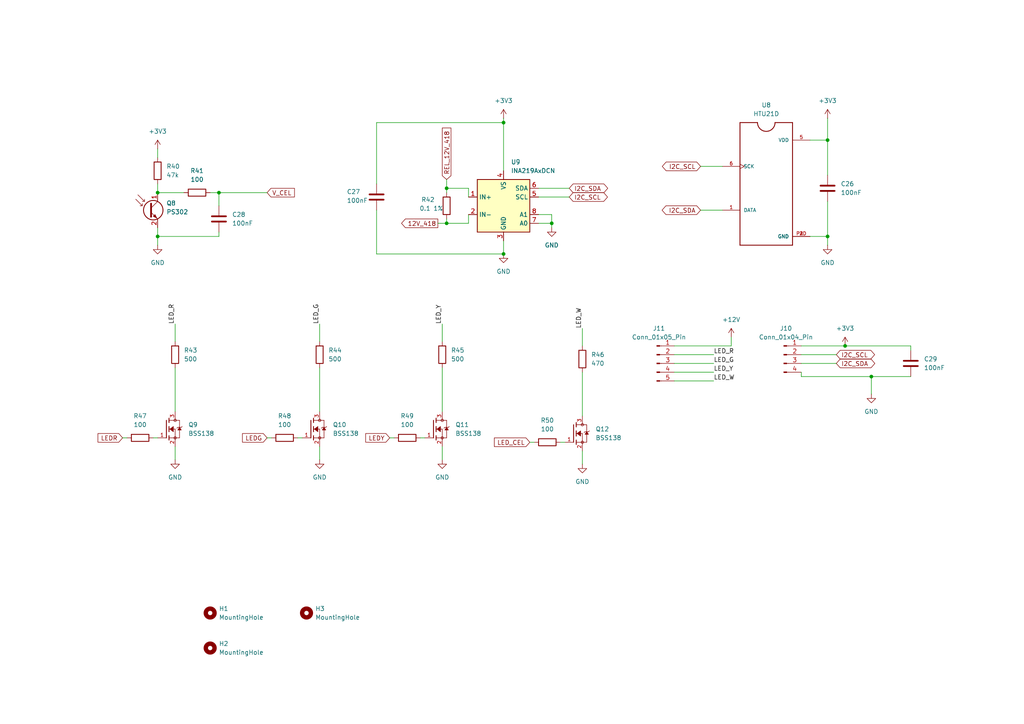
<source format=kicad_sch>
(kicad_sch (version 20250114) (generator "eeschema") (generator_version "9.0")
  (paper "A4")
  (title_block (title "TTS") (date "2025-05-26") (rev "V1") (company "TTS") (comment 1 "EP"))
  (lib_symbols
    (symbol "BSS138:BSS138" (pin_names (offset 1.016))
      (property "Reference" "Q" (at -8.89 2.54 0))
      (property "Value" "BSS138" (at -8.89 -7.62 0))
      (symbol "BSS138_0_0"
        (polyline (pts (xy 0 2.54) (xy 0 -2.54)) (stroke (width 0.254)))
        (polyline (pts (xy 0.762 3.175) (xy 0.762 2.54)) (stroke (width 0.254)))
        (polyline (pts (xy 0.762 2.54) (xy 0.762 1.905)) (stroke (width 0.254)))
        (polyline (pts (xy 0.762 2.54) (xy 3.81 2.54)) (stroke (width 0.1524)))
        (polyline (pts (xy 0.762 0.762) (xy 0.762 0)) (stroke (width 0.254)))
        (polyline (pts (xy 0.762 0) (xy 0.762 -0.762)) (stroke (width 0.254)))
        (polyline (pts (xy 0.762 0) (xy 2.54 0)) (stroke (width 0.1524)))
        (polyline (pts (xy 0.762 -1.905) (xy 0.762 -2.54)) (stroke (width 0.254)))
        (polyline (pts (xy 0.762 -2.54) (xy 0.762 -3.175)) (stroke (width 0.254)))
        (polyline (pts (xy 1.016 0) (xy 2.032 0.762) (xy 2.032 -0.762) (xy 1.016 0)) (stroke (width 0.1524)) (fill (type outline)))
        (circle (center 2.54 2.54) (radius 0.3592))
        (polyline (pts (xy 2.54 0) (xy 2.54 -2.54)) (stroke (width 0.1524)))
        (polyline (pts (xy 2.54 -2.54) (xy 0.762 -2.54)) (stroke (width 0.1524)))
        (polyline (pts (xy 2.54 -2.54) (xy 3.81 -2.54)) (stroke (width 0.1524)))
        (circle (center 2.54 -2.54) (radius 0.3592))
        (polyline (pts (xy 3.302 0.508) (xy 3.048 0.254)) (stroke (width 0.1524)))
        (polyline (pts (xy 3.81 2.54) (xy 3.81 0.508)) (stroke (width 0.1524)))
        (polyline (pts (xy 3.81 0.508) (xy 3.302 0.508)) (stroke (width 0.1524)))
        (polyline (pts (xy 3.81 0.508) (xy 3.81 -2.54)) (stroke (width 0.1524)))
        (polyline (pts (xy 3.81 0.508) (xy 3.302 -0.254) (xy 4.318 -0.254) (xy 3.81 0.508)) (stroke (width 0.1524)) (fill (type outline)))
        (polyline (pts (xy 4.318 0.508) (xy 3.81 0.508)) (stroke (width 0.1524)))
        (polyline (pts (xy 4.572 0.762) (xy 4.318 0.508)) (stroke (width 0.1524)))
        (pin passive line (at -2.54 -2.54 0) (length 2.54) (name "~") (number "1"))
        (pin passive line (at 2.54 5.08 270) (length 2.54) (name "~") (number "3"))
        (pin passive line (at 2.54 -5.08 90) (length 2.54) (name "~") (number "2"))
      )
    )
    (symbol "Connector:Conn_01x04_Pin" (pin_names (offset 1.016) (hide yes))
      (property "Reference" "J" (at 0 5.08 0))
      (property "Value" "Conn_01x04_Pin" (at 0 -7.62 0))
      (symbol "Conn_01x04_Pin_1_1"
        (rectangle (start 0.8636 2.667) (end 0 2.413) (stroke (width 0.1524)) (fill (type outline)))
        (rectangle (start 0.8636 0.127) (end 0 -0.127) (stroke (width 0.1524)) (fill (type outline)))
        (rectangle (start 0.8636 -2.413) (end 0 -2.667) (stroke (width 0.1524)) (fill (type outline)))
        (rectangle (start 0.8636 -4.953) (end 0 -5.207) (stroke (width 0.1524)) (fill (type outline)))
        (polyline (pts (xy 1.27 2.54) (xy 0.8636 2.54)) (stroke (width 0.1524)))
        (polyline (pts (xy 1.27 0) (xy 0.8636 0)) (stroke (width 0.1524)))
        (polyline (pts (xy 1.27 -2.54) (xy 0.8636 -2.54)) (stroke (width 0.1524)))
        (polyline (pts (xy 1.27 -5.08) (xy 0.8636 -5.08)) (stroke (width 0.1524)))
        (pin passive line (at 5.08 2.54 180) (length 3.81) (name "Pin_1") (number "1"))
        (pin passive line (at 5.08 0 180) (length 3.81) (name "Pin_2") (number "2"))
        (pin passive line (at 5.08 -2.54 180) (length 3.81) (name "Pin_3") (number "3"))
        (pin passive line (at 5.08 -5.08 180) (length 3.81) (name "Pin_4") (number "4"))
      )
    )
    (symbol "Connector:Conn_01x05_Pin" (pin_names (offset 1.016) (hide yes))
      (property "Reference" "J" (at 0 7.62 0))
      (property "Value" "Conn_01x05_Pin" (at 0 -7.62 0))
      (symbol "Conn_01x05_Pin_1_1"
        (rectangle (start 0.8636 5.207) (end 0 4.953) (stroke (width 0.1524)) (fill (type outline)))
        (rectangle (start 0.8636 2.667) (end 0 2.413) (stroke (width 0.1524)) (fill (type outline)))
        (rectangle (start 0.8636 0.127) (end 0 -0.127) (stroke (width 0.1524)) (fill (type outline)))
        (rectangle (start 0.8636 -2.413) (end 0 -2.667) (stroke (width 0.1524)) (fill (type outline)))
        (rectangle (start 0.8636 -4.953) (end 0 -5.207) (stroke (width 0.1524)) (fill (type outline)))
        (polyline (pts (xy 1.27 5.08) (xy 0.8636 5.08)) (stroke (width 0.1524)))
        (polyline (pts (xy 1.27 2.54) (xy 0.8636 2.54)) (stroke (width 0.1524)))
        (polyline (pts (xy 1.27 0) (xy 0.8636 0)) (stroke (width 0.1524)))
        (polyline (pts (xy 1.27 -2.54) (xy 0.8636 -2.54)) (stroke (width 0.1524)))
        (polyline (pts (xy 1.27 -5.08) (xy 0.8636 -5.08)) (stroke (width 0.1524)))
        (pin passive line (at 5.08 5.08 180) (length 3.81) (name "Pin_1") (number "1"))
        (pin passive line (at 5.08 2.54 180) (length 3.81) (name "Pin_2") (number "2"))
        (pin passive line (at 5.08 0 180) (length 3.81) (name "Pin_3") (number "3"))
        (pin passive line (at 5.08 -2.54 180) (length 3.81) (name "Pin_4") (number "4"))
        (pin passive line (at 5.08 -5.08 180) (length 3.81) (name "Pin_5") (number "5"))
      )
    )
    (symbol "Device:C" (pin_numbers (hide yes)) (pin_names (offset 0.254))
      (property "Reference" "C" (at 0.635 2.54 0))
      (property "Value" "C" (at 0.635 -2.54 0))
      (symbol "C_0_1"
        (polyline (pts (xy -2.032 0.762) (xy 2.032 0.762)) (stroke (width 0.508)))
        (polyline (pts (xy -2.032 -0.762) (xy 2.032 -0.762)) (stroke (width 0.508)))
      )
      (symbol "C_1_1"
        (pin passive line (at 0 3.81 270) (length 2.794) (name "~") (number "1"))
        (pin passive line (at 0 -3.81 90) (length 2.794) (name "~") (number "2"))
      )
    )
    (symbol "Device:R" (pin_numbers (hide yes)) (pin_names (offset 0))
      (property "Reference" "R" (at 2.032 0 90))
      (property "Value" "R" (at 0 0 90))
      (symbol "R_0_1"
        (rectangle (start -1.016 -2.54) (end 1.016 2.54) (stroke (width 0.254)))
      )
      (symbol "R_1_1"
        (pin passive line (at 0 3.81 270) (length 1.27) (name "~") (number "1"))
        (pin passive line (at 0 -3.81 90) (length 1.27) (name "~") (number "2"))
      )
    )
    (symbol "HTU21D:HTU21D" (pin_names (offset 1.016))
      (property "Reference" "U" (at -7.6294 20.3451 0))
      (property "Value" "HTU21D" (at -7.6333 -22.8998 0))
      (symbol "HTU21D_0_0"
        (polyline (pts (xy -7.62 17.78) (xy -2.54 17.78)) (stroke (width 0.254)))
        (polyline (pts (xy -7.62 -17.78) (xy -7.62 17.78)) (stroke (width 0.254)))
        (arc (start 2.54 17.78) (mid 0 15.251) (end -2.54 17.78) (stroke (width 0.254)))
        (polyline (pts (xy 2.54 17.78) (xy 7.62 17.78)) (stroke (width 0.254)))
        (polyline (pts (xy 7.62 17.78) (xy 7.62 -17.78)) (stroke (width 0.254)))
        (polyline (pts (xy 7.62 -17.78) (xy -7.62 -17.78)) (stroke (width 0.254)))
        (pin input clock (at -12.7 5.08 0) (length 5.08) (name "SCK") (number "6"))
        (pin bidirectional line (at -12.7 -7.62 0) (length 5.08) (name "DATA") (number "1"))
        (pin power_in line (at 12.7 12.7 180) (length 5.08) (name "VDD") (number "5"))
        (pin passive line (at 12.7 -15.24 180) (length 5.08) (name "GND") (number "2"))
        (pin passive line (at 12.7 -15.24 180) (length 5.08) (name "GND") (number "PAD"))
      )
    )
    (symbol "Mechanical:MountingHole" (pin_names (offset 1.016)) (in_bom no)
      (property "Reference" "H" (at 0 5.08 0))
      (property "Value" "MountingHole" (at 0 3.175 0))
      (symbol "MountingHole_0_1"
        (circle (center 0 0) (radius 1.27) (stroke (width 1.27)))
      )
    )
    (symbol "Sensor_Energy:INA219AxDCN"
      (property "Reference" "U" (at -6.35 8.89 0))
      (property "Value" "INA219AxDCN" (at 6.35 8.89 0))
      (symbol "INA219AxDCN_0_1"
        (rectangle (start -7.62 7.62) (end 7.62 -7.62) (stroke (width 0.254)) (fill (type background)))
      )
      (symbol "INA219AxDCN_1_1"
        (pin input line (at -10.16 2.54 0) (length 2.54) (name "IN+") (number "1"))
        (pin input line (at -10.16 -2.54 0) (length 2.54) (name "IN-") (number "2"))
        (pin power_in line (at 0 10.16 270) (length 2.54) (name "VS") (number "4"))
        (pin power_in line (at 0 -10.16 90) (length 2.54) (name "GND") (number "3"))
        (pin bidirectional line (at 10.16 5.08 180) (length 2.54) (name "SDA") (number "6"))
        (pin input line (at 10.16 2.54 180) (length 2.54) (name "SCL") (number "5"))
        (pin input line (at 10.16 -2.54 180) (length 2.54) (name "A1") (number "8"))
        (pin input line (at 10.16 -5.08 180) (length 2.54) (name "A0") (number "7"))
      )
    )
    (symbol "Sensor_Optical:BPW40" (pin_names (offset 0) (hide yes))
      (property "Reference" "Q" (at 5.08 1.27 0))
      (property "Value" "BPW40" (at 5.08 -1.27 0))
      (symbol "BPW40_0_1"
        (polyline (pts (xy -3.81 3.175) (xy -1.905 1.27) (xy -1.905 1.905)))
        (polyline (pts (xy -3.175 4.445) (xy -1.27 2.54) (xy -1.27 3.175)))
        (polyline (pts (xy -1.905 1.27) (xy -2.54 1.27)))
        (polyline (pts (xy -1.27 2.54) (xy -1.905 2.54)))
        (polyline (pts (xy 0.635 1.905) (xy 0.635 -1.905) (xy 0.635 -1.905)) (stroke (width 0.508)))
        (polyline (pts (xy 0.635 0.635) (xy 2.54 2.54)))
        (polyline (pts (xy 0.635 -0.635) (xy 2.54 -2.54) (xy 2.54 -2.54)))
        (circle (center 1.27 0) (radius 2.8194) (stroke (width 0.254)))
        (polyline (pts (xy 1.27 -1.778) (xy 1.778 -1.27) (xy 2.286 -2.286) (xy 1.27 -1.778) (xy 1.27 -1.778)) (fill (type outline)))
      )
      (symbol "BPW40_1_1"
        (pin passive line (at 2.54 5.08 270) (length 2.54) (name "C") (number "1"))
        (pin passive line (at 2.54 -5.08 90) (length 2.54) (name "E") (number "2"))
      )
    )
    (symbol "power:+12V" (power) (pin_numbers (hide yes)) (pin_names (offset 0) (hide yes))
      (property "Value" "+12V" (at 0 3.556 0))
      (symbol "+12V_0_1"
        (polyline (pts (xy -0.762 1.27) (xy 0 2.54)))
        (polyline (pts (xy 0 2.54) (xy 0.762 1.27)))
        (polyline (pts (xy 0 0) (xy 0 2.54)))
      )
      (symbol "+12V_1_1"
        (pin power_in line (at 0 0 90) (length 0) (name "~") (number "1"))
      )
    )
    (symbol "power:+3V3" (power) (pin_numbers (hide yes)) (pin_names (offset 0) (hide yes))
      (property "Value" "+3V3" (at 0 3.556 0))
      (symbol "+3V3_0_1"
        (polyline (pts (xy -0.762 1.27) (xy 0 2.54)))
        (polyline (pts (xy 0 2.54) (xy 0.762 1.27)))
        (polyline (pts (xy 0 0) (xy 0 2.54)))
      )
      (symbol "+3V3_1_1"
        (pin power_in line (at 0 0 90) (length 0) (name "~") (number "1"))
      )
    )
    (symbol "power:GND" (power) (pin_numbers (hide yes)) (pin_names (offset 0) (hide yes))
      (property "Value" "GND" (at 0 -3.81 0))
      (symbol "GND_0_1"
        (polyline (pts (xy 0 0) (xy 0 -1.27) (xy 1.27 -1.27) (xy 0 -2.54) (xy -1.27 -1.27) (xy 0 -1.27)))
      )
      (symbol "GND_1_1"
        (pin power_in line (at 0 0 270) (length 0) (name "~") (number "1"))
      )
    )
  )
  (junction (at 240.03 40.64))
  (junction (at 146.05 73.66))
  (junction (at 129.54 64.77))
  (junction (at 245.11 100.33))
  (junction (at 146.05 35.56))
  (junction (at 240.03 68.58))
  (junction (at 45.72 68.58))
  (junction (at 160.02 64.77))
  (junction (at 129.54 54.61))
  (junction (at 252.73 109.22))
  (junction (at 63.5 55.88))
  (junction (at 45.72 55.88))
  (wire (pts (xy 63.5 55.88) (xy 77.47 55.88)))
  (wire (pts (xy 240.03 40.64) (xy 240.03 50.8)))
  (wire (pts (xy 232.41 105.41) (xy 242.57 105.41)))
  (wire (pts (xy 146.05 34.29) (xy 146.05 35.56)))
  (wire (pts (xy 156.21 57.15) (xy 165.1 57.15)))
  (wire (pts (xy 92.71 129.54) (xy 92.71 133.35)))
  (wire (pts (xy 146.05 35.56) (xy 146.05 49.53)))
  (wire (pts (xy 160.02 62.23) (xy 160.02 64.77)))
  (wire (pts (xy 135.89 57.15) (xy 135.89 54.61)))
  (wire (pts (xy 63.5 59.69) (xy 63.5 55.88)))
  (wire (pts (xy 128.27 129.54) (xy 128.27 133.35)))
  (wire (pts (xy 128.27 106.68) (xy 128.27 119.38)))
  (wire (pts (xy 92.71 93.98) (xy 92.71 99.06)))
  (wire (pts (xy 153.67 128.27) (xy 154.94 128.27)))
  (wire (pts (xy 195.58 102.87) (xy 207.01 102.87)))
  (wire (pts (xy 203.2 48.26) (xy 209.55 48.26)))
  (wire (pts (xy 135.89 62.23) (xy 135.89 64.77)))
  (wire (pts (xy 135.89 64.77) (xy 129.54 64.77)))
  (wire (pts (xy 203.2 60.96) (xy 209.55 60.96)))
  (wire (pts (xy 45.72 53.34) (xy 45.72 55.88)))
  (wire (pts (xy 156.21 62.23) (xy 160.02 62.23)))
  (wire (pts (xy 240.03 68.58) (xy 240.03 71.12)))
  (wire (pts (xy 109.22 35.56) (xy 146.05 35.56)))
  (wire (pts (xy 45.72 43.18) (xy 45.72 45.72)))
  (wire (pts (xy 240.03 58.42) (xy 240.03 68.58)))
  (wire (pts (xy 128.27 93.98) (xy 128.27 99.06)))
  (wire (pts (xy 129.54 54.61) (xy 129.54 55.88)))
  (wire (pts (xy 195.58 105.41) (xy 207.01 105.41)))
  (wire (pts (xy 168.91 95.25) (xy 168.91 100.33)))
  (wire (pts (xy 232.41 100.33) (xy 245.11 100.33)))
  (wire (pts (xy 60.96 55.88) (xy 63.5 55.88)))
  (wire (pts (xy 109.22 53.34) (xy 109.22 35.56)))
  (wire (pts (xy 113.03 127) (xy 114.3 127)))
  (wire (pts (xy 168.91 107.95) (xy 168.91 120.65)))
  (wire (pts (xy 109.22 73.66) (xy 146.05 73.66)))
  (wire (pts (xy 50.8 106.68) (xy 50.8 119.38)))
  (wire (pts (xy 92.71 106.68) (xy 92.71 119.38)))
  (wire (pts (xy 50.8 93.98) (xy 50.8 99.06)))
  (wire (pts (xy 212.09 97.79) (xy 212.09 100.33)))
  (wire (pts (xy 86.36 127) (xy 87.63 127)))
  (wire (pts (xy 240.03 40.64) (xy 234.95 40.64)))
  (wire (pts (xy 232.41 109.22) (xy 232.41 107.95)))
  (wire (pts (xy 45.72 55.88) (xy 53.34 55.88)))
  (wire (pts (xy 264.16 109.22) (xy 252.73 109.22)))
  (wire (pts (xy 135.89 54.61) (xy 129.54 54.61)))
  (wire (pts (xy 162.56 128.27) (xy 163.83 128.27)))
  (wire (pts (xy 212.09 100.33) (xy 195.58 100.33)))
  (wire (pts (xy 168.91 130.81) (xy 168.91 134.62)))
  (wire (pts (xy 121.92 127) (xy 123.19 127)))
  (wire (pts (xy 77.47 127) (xy 78.74 127)))
  (wire (pts (xy 232.41 102.87) (xy 242.57 102.87)))
  (wire (pts (xy 156.21 54.61) (xy 165.1 54.61)))
  (wire (pts (xy 160.02 64.77) (xy 160.02 66.04)))
  (wire (pts (xy 146.05 69.85) (xy 146.05 73.66)))
  (wire (pts (xy 45.72 66.04) (xy 45.72 68.58)))
  (wire (pts (xy 35.56 127) (xy 36.83 127)))
  (wire (pts (xy 45.72 68.58) (xy 45.72 71.12)))
  (wire (pts (xy 234.95 68.58) (xy 240.03 68.58)))
  (wire (pts (xy 264.16 101.6) (xy 264.16 100.33)))
  (wire (pts (xy 240.03 34.29) (xy 240.03 40.64)))
  (wire (pts (xy 63.5 67.31) (xy 63.5 68.58)))
  (wire (pts (xy 252.73 109.22) (xy 252.73 114.3)))
  (wire (pts (xy 264.16 100.33) (xy 245.11 100.33)))
  (wire (pts (xy 195.58 107.95) (xy 207.01 107.95)))
  (wire (pts (xy 63.5 68.58) (xy 45.72 68.58)))
  (wire (pts (xy 156.21 64.77) (xy 160.02 64.77)))
  (wire (pts (xy 129.54 64.77) (xy 129.54 63.5)))
  (wire (pts (xy 195.58 110.49) (xy 207.01 110.49)))
  (wire (pts (xy 129.54 52.07) (xy 129.54 54.61)))
  (wire (pts (xy 50.8 129.54) (xy 50.8 133.35)))
  (wire (pts (xy 44.45 127) (xy 45.72 127)))
  (wire (pts (xy 252.73 109.22) (xy 232.41 109.22)))
  (wire (pts (xy 127 64.77) (xy 129.54 64.77)))
  (wire (pts (xy 109.22 60.96) (xy 109.22 73.66)))
  (label "LED_Y" (at 207.01 107.95 0))
  (label "LED_Y" (at 128.27 93.98 90))
  (label "LED_G" (at 207.01 105.41 0))
  (label "LED_W" (at 168.91 95.25 90))
  (label "LED_W" (at 207.01 110.49 0))
  (label "LED_R" (at 50.8 93.98 90))
  (label "LED_G" (at 92.71 93.98 90))
  (label "LED_R" (at 207.01 102.87 0))
  (global_label "LEDR" (shape input) (at 35.56 127 180) (property "Intersheetrefs" "${INTERSHEET_REFS}" (effects (hide yes))))
  (global_label "I2C_SCL" (shape bidirectional) (at 203.2 48.26 180) (property "Intersheetrefs" "${INTERSHEET_REFS}" (effects (hide yes))))
  (global_label "LEDG" (shape input) (at 77.47 127 180) (property "Intersheetrefs" "${INTERSHEET_REFS}" (effects (hide yes))))
  (global_label "I2C_SCL" (shape bidirectional) (at 242.57 102.87 0) (property "Intersheetrefs" "${INTERSHEET_REFS}" (effects (hide yes))))
  (global_label "12V_418" (shape output) (at 127 64.77 180) (property "Intersheetrefs" "${INTERSHEET_REFS}" (effects (hide yes))))
  (global_label "I2C_SDA" (shape bidirectional) (at 242.57 105.41 0) (property "Intersheetrefs" "${INTERSHEET_REFS}" (effects (hide yes))))
  (global_label "I2C_SCL" (shape bidirectional) (at 165.1 57.15 0) (property "Intersheetrefs" "${INTERSHEET_REFS}" (effects (hide yes))))
  (global_label "LEDY" (shape input) (at 113.03 127 180) (property "Intersheetrefs" "${INTERSHEET_REFS}" (effects (hide yes))))
  (global_label "I2C_SDA" (shape bidirectional) (at 203.2 60.96 180) (property "Intersheetrefs" "${INTERSHEET_REFS}" (effects (hide yes))))
  (global_label "I2C_SDA" (shape bidirectional) (at 165.1 54.61 0) (property "Intersheetrefs" "${INTERSHEET_REFS}" (effects (hide yes))))
  (global_label "REL_12V_418" (shape input) (at 129.54 52.07 90) (property "Intersheetrefs" "${INTERSHEET_REFS}" (effects (hide yes))))
  (global_label "V_CEL" (shape input) (at 77.47 55.88 0) (property "Intersheetrefs" "${INTERSHEET_REFS}" (effects (hide yes))))
  (global_label "LED_CEL" (shape input) (at 153.67 128.27 180) (property "Intersheetrefs" "${INTERSHEET_REFS}" (effects (hide yes))))
  (symbol (lib_id "Sensor_Optical:BPW40") (at 43.18 60.96 0) (unit 1)
    (property "Reference" "Q8" (at 48.26 58.9406 0) (effects (justify left)))
    (property "Value" "PS302" (at 48.26 61.4806 0) (effects (justify left)))
    (property "Footprint" "LED_THT:LED_D5.0mm_Clear" (effects (hide yes)))
    (property "Datasheet" "https://www.rcscomponents.kiev.ua/datasheets/bpw40.pdf" (effects (hide yes)))
    (property "Description" "Phototransistor NPN" (effects (hide yes)))
  )
  (symbol (lib_id "Device:R") (at 92.71 102.87 0) (unit 1)
    (property "Reference" "R44" (at 95.25 101.5999 0) (effects (justify left)))
    (property "Value" "500" (at 95.25 104.1399 0) (effects (justify left)))
    (property "Footprint" "Resistor_SMD:R_0805_2012Metric_Pad1.20x1.40mm_HandSolder" (effects (hide yes)))
    (property "Description" "Resistor" (effects (hide yes)))
  )
  (symbol (lib_id "Device:R") (at 50.8 102.87 180) (unit 1)
    (property "Reference" "R43" (at 53.34 101.5999 0) (effects (justify right)))
    (property "Value" "500" (at 53.34 104.1399 0) (effects (justify right)))
    (property "Footprint" "Resistor_SMD:R_0805_2012Metric_Pad1.20x1.40mm_HandSolder" (effects (hide yes)))
    (property "Description" "Resistor" (effects (hide yes)))
  )
  (symbol (lib_id "power:+3V3") (at 45.72 43.18 0) (unit 1)
    (property "Reference" "#PWR057" (effects (hide yes)))
    (property "Value" "+3V3" (at 45.72 38.1 0))
    (property "Description" "Power symbol creates a global label with name \"+3V3\"" (effects (hide yes)))
  )
  (symbol (lib_id "BSS138:BSS138") (at 166.37 125.73 0) (unit 1)
    (property "Reference" "Q12" (at 172.72 124.4599 0) (effects (justify left)))
    (property "Value" "BSS138" (at 172.72 126.9999 0) (effects (justify left)))
    (property "Footprint" "BSS138:SOT95P240X111-3N" (effects (hide yes)))
    (property "MF" "onsemi" (effects (hide yes)))
    (property "MAXIMUM_PACKAGE_HEIGHT" "1.11 mm" (effects (hide yes)))
    (property "Package" "SOT-23-3 ON Semiconductor" (effects (hide yes)))
    (property "Price" "None" (effects (hide yes)))
    (property "Check_prices" "https://www.snapeda.com/parts/BSS138/Onsemi/view-part/?ref=eda" (effects (hide yes)))
    (property "STANDARD" "IPC 7351B" (effects (hide yes)))
    (property "PARTREV" "30 Jan 2018" (effects (hide yes)))
    (property "SnapEDA_Link" "https://www.snapeda.com/parts/BSS138/Onsemi/view-part/?ref=snap" (effects (hide yes)))
    (property "MP" "BSS138" (effects (hide yes)))
    (property "Description_1" "N-Channel 50 V 220mA (Ta) 350mW (Ta) Surface Mount SOT-23-3" (effects (hide yes)))
    (property "Availability" "In Stock" (effects (hide yes)))
    (property "MANUFACTURER" "ON Semiconductor" (effects (hide yes)))
  )
  (symbol (lib_id "power:+3V3") (at 245.11 100.33 0) (unit 1)
    (property "Reference" "#PWR063" (effects (hide yes)))
    (property "Value" "+3V3" (at 245.11 95.25 0))
    (property "Description" "Power symbol creates a global label with name \"+3V3\"" (effects (hide yes)))
  )
  (symbol (lib_id "Device:C") (at 240.03 54.61 0) (unit 1)
    (property "Reference" "C26" (at 243.84 53.3399 0) (effects (justify left)))
    (property "Value" "100nF" (at 243.84 55.8799 0) (effects (justify left)))
    (property "Footprint" "Capacitor_SMD:C_0805_2012Metric_Pad1.18x1.45mm_HandSolder" (effects (hide yes)))
    (property "Description" "Unpolarized capacitor" (effects (hide yes)))
  )
  (symbol (lib_id "Device:R") (at 82.55 127 90) (unit 1)
    (property "Reference" "R48" (at 82.55 120.65 90))
    (property "Value" "100" (at 82.55 123.19 90))
    (property "Footprint" "Resistor_SMD:R_0805_2012Metric_Pad1.20x1.40mm_HandSolder" (effects (hide yes)))
    (property "Description" "Resistor" (effects (hide yes)))
  )
  (symbol (lib_id "Sensor_Energy:INA219AxDCN") (at 146.05 59.69 0) (unit 1)
    (property "Reference" "U9" (at 148.1933 46.99 0) (effects (justify left)))
    (property "Value" "INA219AxDCN" (at 148.1933 49.53 0) (effects (justify left)))
    (property "Footprint" "Package_TO_SOT_SMD:SOT-23-8" (effects (hide yes)))
    (property "Datasheet" "http://www.ti.com/lit/ds/symlink/ina219.pdf" (effects (hide yes)))
    (property "Description" "Zero-Drift, Bidirectional Current/Power Monitor (0-26V) With I2C Interface, SOT-23-8" (effects (hide yes)))
  )
  (symbol (lib_id "power:GND") (at 128.27 133.35 0) (unit 1)
    (property "Reference" "#PWR067" (effects (hide yes)))
    (property "Value" "GND" (at 128.27 138.43 0))
    (property "Description" "Power symbol creates a global label with name \"GND\" , ground" (effects (hide yes)))
  )
  (symbol (lib_id "BSS138:BSS138") (at 90.17 124.46 0) (unit 1)
    (property "Reference" "Q10" (at 96.52 123.1899 0) (effects (justify left)))
    (property "Value" "BSS138" (at 96.52 125.7299 0) (effects (justify left)))
    (property "Footprint" "BSS138:SOT95P240X111-3N" (effects (hide yes)))
    (property "MF" "onsemi" (effects (hide yes)))
    (property "MAXIMUM_PACKAGE_HEIGHT" "1.11 mm" (effects (hide yes)))
    (property "Package" "SOT-23-3 ON Semiconductor" (effects (hide yes)))
    (property "Price" "None" (effects (hide yes)))
    (property "Check_prices" "https://www.snapeda.com/parts/BSS138/Onsemi/view-part/?ref=eda" (effects (hide yes)))
    (property "STANDARD" "IPC 7351B" (effects (hide yes)))
    (property "PARTREV" "30 Jan 2018" (effects (hide yes)))
    (property "SnapEDA_Link" "https://www.snapeda.com/parts/BSS138/Onsemi/view-part/?ref=snap" (effects (hide yes)))
    (property "MP" "BSS138" (effects (hide yes)))
    (property "Description_1" "N-Channel 50 V 220mA (Ta) 350mW (Ta) Surface Mount SOT-23-3" (effects (hide yes)))
    (property "Availability" "In Stock" (effects (hide yes)))
    (property "MANUFACTURER" "ON Semiconductor" (effects (hide yes)))
  )
  (symbol (lib_id "power:GND") (at 45.72 71.12 0) (unit 1)
    (property "Reference" "#PWR059" (effects (hide yes)))
    (property "Value" "GND" (at 45.72 76.2 0))
    (property "Description" "Power symbol creates a global label with name \"GND\" , ground" (effects (hide yes)))
  )
  (symbol (lib_id "Device:R") (at 129.54 59.69 180) (unit 1)
    (property "Reference" "R42" (at 122.174 57.912 0) (effects (justify right)))
    (property "Value" "0.1 1%" (at 121.666 60.452 0) (effects (justify right)))
    (property "Footprint" "Resistor_SMD:R_2512_6332Metric_Pad1.40x3.35mm_HandSolder" (effects (hide yes)))
    (property "Description" "Resistor" (effects (hide yes)))
  )
  (symbol (lib_id "power:GND") (at 252.73 114.3 0) (unit 1)
    (property "Reference" "#PWR064" (effects (hide yes)))
    (property "Value" "GND" (at 252.73 119.38 0))
    (property "Description" "Power symbol creates a global label with name \"GND\" , ground" (effects (hide yes)))
  )
  (symbol (lib_id "Device:R") (at 57.15 55.88 90) (unit 1)
    (property "Reference" "R41" (at 57.15 49.53 90))
    (property "Value" "100" (at 57.15 52.07 90))
    (property "Footprint" "Resistor_SMD:R_0805_2012Metric_Pad1.20x1.40mm_HandSolder" (effects (hide yes)))
    (property "Description" "Resistor" (effects (hide yes)))
  )
  (symbol (lib_id "power:+3V3") (at 146.05 34.29 0) (unit 1)
    (property "Reference" "#PWR055" (effects (hide yes)))
    (property "Value" "+3V3" (at 146.05 29.21 0))
    (property "Description" "Power symbol creates a global label with name \"+3V3\"" (effects (hide yes)))
  )
  (symbol (lib_id "Connector:Conn_01x05_Pin") (at 190.5 105.41 0) (unit 1)
    (property "Reference" "J11" (at 191.135 95.25 0))
    (property "Value" "Conn_01x05_Pin" (at 191.135 97.79 0))
    (property "Footprint" "Connector_Phoenix_MC:PhoenixContact_MCV_1,5_5-G-3.81_1x05_P3.81mm_Vertical" (effects (hide yes)))
    (property "Description" "Generic connector, single row, 01x05, script generated" (effects (hide yes)))
  )
  (symbol (lib_id "HTU21D:HTU21D") (at 222.25 53.34 0) (unit 1)
    (property "Reference" "U8" (at 222.25 30.48 0))
    (property "Value" "HTU21D" (at 222.25 33.02 0))
    (property "Footprint" "HTU21D:QFN100P300X300X100-7N" (effects (hide yes)))
    (property "Comment" "CAT-HSC0004" (effects (hide yes)))
    (property "MF" "TE Connectivity" (effects (hide yes)))
    (property "Description_1" "HTU21D Humidity, Temperature Sensor Xplained Pro Platform Evaluation Expansion Board" (effects (hide yes)))
    (property "Package" "DFN-6 Measurement Specialties" (effects (hide yes)))
    (property "Price" "None" (effects (hide yes)))
    (property "Check_prices" "https://www.snapeda.com/parts/HTU21D/TE+Connectivity+ALCOSWITCH+Switches/view-part/?ref=eda" (effects (hide yes)))
    (property "SnapEDA_Link" "https://www.snapeda.com/parts/HTU21D/TE+Connectivity+ALCOSWITCH+Switches/view-part/?ref=snap" (effects (hide yes)))
    (property "MP" "HTU21D" (effects (hide yes)))
    (property "Availability" "Not in stock" (effects (hide yes)))
    (property "MANUFACTURER" "Measurement Specialties" (effects (hide yes)))
  )
  (symbol (lib_id "power:GND") (at 92.71 133.35 0) (unit 1)
    (property "Reference" "#PWR066" (effects (hide yes)))
    (property "Value" "GND" (at 92.71 138.43 0))
    (property "Description" "Power symbol creates a global label with name \"GND\" , ground" (effects (hide yes)))
  )
  (symbol (lib_id "Mechanical:MountingHole") (at 60.96 177.8 0) (unit 1) (in_bom no)
    (property "Reference" "H1" (at 63.5 176.5299 0) (effects (justify left)))
    (property "Value" "MountingHole" (at 63.5 179.0699 0) (effects (justify left)))
    (property "Footprint" "MountingHole:MountingHole_4.3mm_M4_Pad" (effects (hide yes)))
    (property "Description" "Mounting Hole without connection" (effects (hide yes)))
  )
  (symbol (lib_id "power:+12V") (at 212.09 97.79 0) (unit 1)
    (property "Reference" "#PWR062" (effects (hide yes)))
    (property "Value" "+12V" (at 212.09 92.71 0))
    (property "Description" "Power symbol creates a global label with name \"+12V\"" (effects (hide yes)))
  )
  (symbol (lib_id "Device:C") (at 264.16 105.41 0) (unit 1)
    (property "Reference" "C29" (at 267.97 104.1399 0) (effects (justify left)))
    (property "Value" "100nF" (at 267.97 106.6799 0) (effects (justify left)))
    (property "Footprint" "Capacitor_SMD:C_0805_2012Metric_Pad1.18x1.45mm_HandSolder" (effects (hide yes)))
    (property "Description" "Unpolarized capacitor" (effects (hide yes)))
  )
  (symbol (lib_id "power:GND") (at 146.05 73.66 0) (unit 1)
    (property "Reference" "#PWR061" (effects (hide yes)))
    (property "Value" "GND" (at 146.05 78.74 0))
    (property "Description" "Power symbol creates a global label with name \"GND\" , ground" (effects (hide yes)))
  )
  (symbol (lib_id "power:GND") (at 160.02 66.04 0) (unit 1)
    (property "Reference" "#PWR058" (effects (hide yes)))
    (property "Value" "GND" (at 160.02 71.12 0))
    (property "Description" "Power symbol creates a global label with name \"GND\" , ground" (effects (hide yes)))
  )
  (symbol (lib_id "Device:R") (at 168.91 104.14 180) (unit 1)
    (property "Reference" "R46" (at 171.45 102.8699 0) (effects (justify right)))
    (property "Value" "470" (at 171.45 105.4099 0) (effects (justify right)))
    (property "Footprint" "Resistor_SMD:R_0805_2012Metric_Pad1.20x1.40mm_HandSolder" (effects (hide yes)))
    (property "Description" "Resistor" (effects (hide yes)))
  )
  (symbol (lib_id "Device:C") (at 63.5 63.5 0) (unit 1)
    (property "Reference" "C28" (at 67.31 62.2299 0) (effects (justify left)))
    (property "Value" "100nF" (at 67.31 64.7699 0) (effects (justify left)))
    (property "Footprint" "Capacitor_SMD:C_0805_2012Metric_Pad1.18x1.45mm_HandSolder" (effects (hide yes)))
    (property "Description" "Unpolarized capacitor" (effects (hide yes)))
  )
  (symbol (lib_id "Mechanical:MountingHole") (at 60.96 187.96 0) (unit 1) (in_bom no)
    (property "Reference" "H2" (at 63.5 186.6899 0) (effects (justify left)))
    (property "Value" "MountingHole" (at 63.5 189.2299 0) (effects (justify left)))
    (property "Footprint" "MountingHole:MountingHole_4.3mm_M4_Pad" (effects (hide yes)))
    (property "Description" "Mounting Hole without connection" (effects (hide yes)))
  )
  (symbol (lib_id "power:GND") (at 50.8 133.35 0) (unit 1)
    (property "Reference" "#PWR065" (effects (hide yes)))
    (property "Value" "GND" (at 50.8 138.43 0))
    (property "Description" "Power symbol creates a global label with name \"GND\" , ground" (effects (hide yes)))
  )
  (symbol (lib_id "Connector:Conn_01x04_Pin") (at 227.33 102.87 0) (unit 1)
    (property "Reference" "J10" (at 227.965 95.25 0))
    (property "Value" "Conn_01x04_Pin" (at 227.965 97.79 0))
    (property "Footprint" "Connector:NS-Tech_Grove_1x04_P2mm_Vertical" (effects (hide yes)))
    (property "Description" "Generic connector, single row, 01x04, script generated" (effects (hide yes)))
  )
  (symbol (lib_id "power:GND") (at 240.03 71.12 0) (unit 1)
    (property "Reference" "#PWR060" (effects (hide yes)))
    (property "Value" "GND" (at 240.03 76.2 0))
    (property "Description" "Power symbol creates a global label with name \"GND\" , ground" (effects (hide yes)))
  )
  (symbol (lib_id "Mechanical:MountingHole") (at 88.9 177.8 0) (unit 1) (in_bom no)
    (property "Reference" "H3" (at 91.44 176.5299 0) (effects (justify left)))
    (property "Value" "MountingHole" (at 91.44 179.0699 0) (effects (justify left)))
    (property "Footprint" "MountingHole:MountingHole_4.3mm_M4_Pad" (effects (hide yes)))
    (property "Description" "Mounting Hole without connection" (effects (hide yes)))
  )
  (symbol (lib_id "BSS138:BSS138") (at 125.73 124.46 0) (unit 1)
    (property "Reference" "Q11" (at 132.08 123.1899 0) (effects (justify left)))
    (property "Value" "BSS138" (at 132.08 125.7299 0) (effects (justify left)))
    (property "Footprint" "BSS138:SOT95P240X111-3N" (effects (hide yes)))
    (property "MF" "onsemi" (effects (hide yes)))
    (property "MAXIMUM_PACKAGE_HEIGHT" "1.11 mm" (effects (hide yes)))
    (property "Package" "SOT-23-3 ON Semiconductor" (effects (hide yes)))
    (property "Price" "None" (effects (hide yes)))
    (property "Check_prices" "https://www.snapeda.com/parts/BSS138/Onsemi/view-part/?ref=eda" (effects (hide yes)))
    (property "STANDARD" "IPC 7351B" (effects (hide yes)))
    (property "PARTREV" "30 Jan 2018" (effects (hide yes)))
    (property "SnapEDA_Link" "https://www.snapeda.com/parts/BSS138/Onsemi/view-part/?ref=snap" (effects (hide yes)))
    (property "MP" "BSS138" (effects (hide yes)))
    (property "Description_1" "N-Channel 50 V 220mA (Ta) 350mW (Ta) Surface Mount SOT-23-3" (effects (hide yes)))
    (property "Availability" "In Stock" (effects (hide yes)))
    (property "MANUFACTURER" "ON Semiconductor" (effects (hide yes)))
  )
  (symbol (lib_id "Device:R") (at 118.11 127 90) (unit 1)
    (property "Reference" "R49" (at 118.11 120.65 90))
    (property "Value" "100" (at 118.11 123.19 90))
    (property "Footprint" "Resistor_SMD:R_0805_2012Metric_Pad1.20x1.40mm_HandSolder" (effects (hide yes)))
    (property "Description" "Resistor" (effects (hide yes)))
  )
  (symbol (lib_id "Device:R") (at 40.64 127 90) (unit 1)
    (property "Reference" "R47" (at 40.64 120.65 90))
    (property "Value" "100" (at 40.64 123.19 90))
    (property "Footprint" "Resistor_SMD:R_0805_2012Metric_Pad1.20x1.40mm_HandSolder" (effects (hide yes)))
    (property "Description" "Resistor" (effects (hide yes)))
  )
  (symbol (lib_id "power:+3V3") (at 240.03 34.29 0) (unit 1)
    (property "Reference" "#PWR056" (effects (hide yes)))
    (property "Value" "+3V3" (at 240.03 29.21 0))
    (property "Description" "Power symbol creates a global label with name \"+3V3\"" (effects (hide yes)))
  )
  (symbol (lib_id "BSS138:BSS138") (at 48.26 124.46 0) (unit 1)
    (property "Reference" "Q9" (at 54.61 123.1899 0) (effects (justify left)))
    (property "Value" "BSS138" (at 54.61 125.7299 0) (effects (justify left)))
    (property "Footprint" "BSS138:SOT95P240X111-3N" (effects (hide yes)))
    (property "MF" "onsemi" (effects (hide yes)))
    (property "MAXIMUM_PACKAGE_HEIGHT" "1.11 mm" (effects (hide yes)))
    (property "Package" "SOT-23-3 ON Semiconductor" (effects (hide yes)))
    (property "Price" "None" (effects (hide yes)))
    (property "Check_prices" "https://www.snapeda.com/parts/BSS138/Onsemi/view-part/?ref=eda" (effects (hide yes)))
    (property "STANDARD" "IPC 7351B" (effects (hide yes)))
    (property "PARTREV" "30 Jan 2018" (effects (hide yes)))
    (property "SnapEDA_Link" "https://www.snapeda.com/parts/BSS138/Onsemi/view-part/?ref=snap" (effects (hide yes)))
    (property "MP" "BSS138" (effects (hide yes)))
    (property "Description_1" "N-Channel 50 V 220mA (Ta) 350mW (Ta) Surface Mount SOT-23-3" (effects (hide yes)))
    (property "Availability" "In Stock" (effects (hide yes)))
    (property "MANUFACTURER" "ON Semiconductor" (effects (hide yes)))
  )
  (symbol (lib_id "Device:R") (at 158.75 128.27 90) (unit 1)
    (property "Reference" "R50" (at 158.75 121.92 90))
    (property "Value" "100" (at 158.75 124.46 90))
    (property "Footprint" "Resistor_SMD:R_0805_2012Metric_Pad1.20x1.40mm_HandSolder" (effects (hide yes)))
    (property "Description" "Resistor" (effects (hide yes)))
  )
  (symbol (lib_id "power:GND") (at 168.91 134.62 0) (unit 1)
    (property "Reference" "#PWR068" (effects (hide yes)))
    (property "Value" "GND" (at 168.91 139.7 0))
    (property "Description" "Power symbol creates a global label with name \"GND\" , ground" (effects (hide yes)))
  )
  (symbol (lib_id "Device:R") (at 45.72 49.53 0) (unit 1)
    (property "Reference" "R40" (at 48.26 48.2599 0) (effects (justify left)))
    (property "Value" "47k" (at 48.26 50.7999 0) (effects (justify left)))
    (property "Footprint" "Resistor_SMD:R_0805_2012Metric_Pad1.20x1.40mm_HandSolder" (effects (hide yes)))
    (property "Description" "Resistor" (effects (hide yes)))
  )
  (symbol (lib_id "Device:C") (at 109.22 57.15 0) (unit 1)
    (property "Reference" "C27" (at 100.584 55.626 0) (effects (justify left)))
    (property "Value" "100nF" (at 100.584 58.166 0) (effects (justify left)))
    (property "Footprint" "Capacitor_SMD:C_0805_2012Metric_Pad1.18x1.45mm_HandSolder" (effects (hide yes)))
    (property "Description" "Unpolarized capacitor" (effects (hide yes)))
  )
  (symbol (lib_id "Device:R") (at 128.27 102.87 0) (unit 1)
    (property "Reference" "R45" (at 130.81 101.5999 0) (effects (justify left)))
    (property "Value" "500" (at 130.81 104.1399 0) (effects (justify left)))
    (property "Footprint" "Resistor_SMD:R_0805_2012Metric_Pad1.20x1.40mm_HandSolder" (effects (hide yes)))
    (property "Description" "Resistor" (effects (hide yes)))
  )
)
</source>
